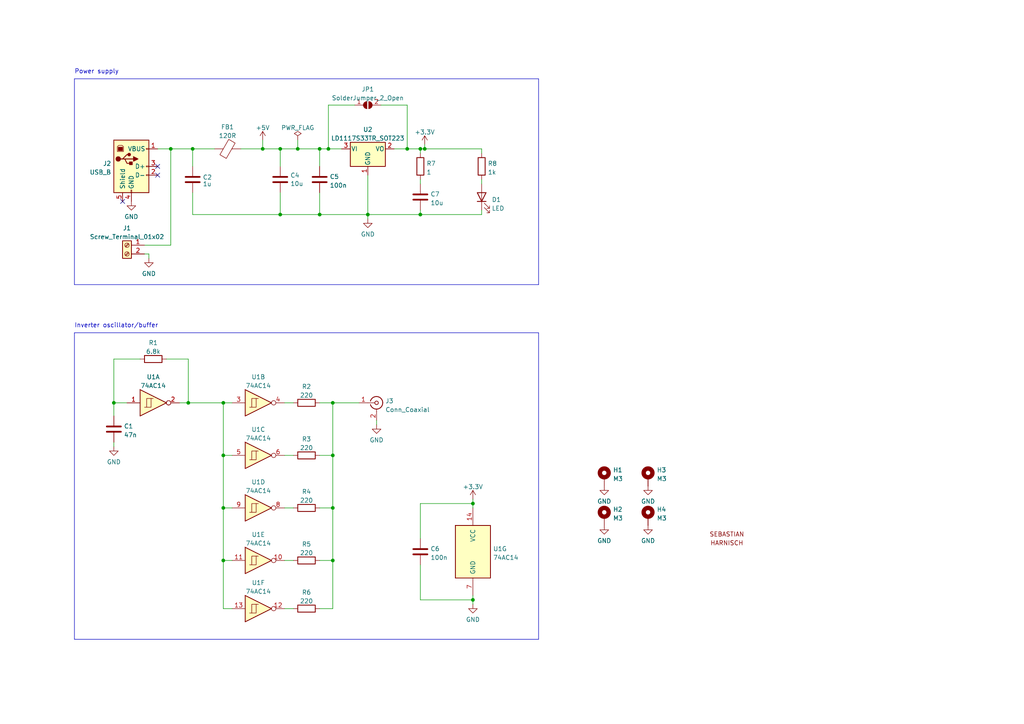
<source format=kicad_sch>
(kicad_sch (version 20231120) (generator "eeschema") (generator_version "8.0")
  (paper "A4")
  (title_block (title "Pulse Generator") (date "2024-08-22") (rev "1") (company "Sebastian Harnisch") (comment 1 "Pulse gen circuit presented by W2AEW"))
  (lib_symbols
    (symbol "01_Sebastian:LOGO_SH_SMALL" (pin_numbers hide) (pin_names (offset 0) hide)
      (symbol "LOGO_SH_SMALL_0_0"
        (text "HARNISCH" (at 0 -1.27 0) (effects (font (size 1.27 1.27))))
        (text "SEBASTIAN" (at 0 1.27 0) (effects (font (size 1.27 1.27))))
      )
    )
    (symbol "74xx:74HC14" (pin_names (offset 1.016))
      (property "Reference" "U" (at 0 1.27 0))
      (property "Value" "74HC14" (at 0 -1.27 0))
      (symbol "74HC14_1_0"
        (polyline (pts (xy -3.81 3.81) (xy -3.81 -3.81) (xy 3.81 0) (xy -3.81 3.81)) (stroke (width 0.254)) (fill (type background)))
        (pin input line (at -7.62 0 0) (length 3.81) (name "~") (number "1"))
        (pin output inverted (at 7.62 0 180) (length 3.81) (name "~") (number "2"))
      )
      (symbol "74HC14_1_1"
        (polyline (pts (xy -1.905 -1.27) (xy -1.905 1.27) (xy -0.635 1.27)))
        (polyline (pts (xy -2.54 -1.27) (xy -0.635 -1.27) (xy -0.635 1.27) (xy 0 1.27)))
      )
      (symbol "74HC14_2_0"
        (polyline (pts (xy -3.81 3.81) (xy -3.81 -3.81) (xy 3.81 0) (xy -3.81 3.81)) (stroke (width 0.254)) (fill (type background)))
        (pin input line (at -7.62 0 0) (length 3.81) (name "~") (number "3"))
        (pin output inverted (at 7.62 0 180) (length 3.81) (name "~") (number "4"))
      )
      (symbol "74HC14_2_1"
        (polyline (pts (xy -1.905 -1.27) (xy -1.905 1.27) (xy -0.635 1.27)))
        (polyline (pts (xy -2.54 -1.27) (xy -0.635 -1.27) (xy -0.635 1.27) (xy 0 1.27)))
      )
      (symbol "74HC14_3_0"
        (polyline (pts (xy -3.81 3.81) (xy -3.81 -3.81) (xy 3.81 0) (xy -3.81 3.81)) (stroke (width 0.254)) (fill (type background)))
        (pin input line (at -7.62 0 0) (length 3.81) (name "~") (number "5"))
        (pin output inverted (at 7.62 0 180) (length 3.81) (name "~") (number "6"))
      )
      (symbol "74HC14_3_1"
        (polyline (pts (xy -1.905 -1.27) (xy -1.905 1.27) (xy -0.635 1.27)))
        (polyline (pts (xy -2.54 -1.27) (xy -0.635 -1.27) (xy -0.635 1.27) (xy 0 1.27)))
      )
      (symbol "74HC14_4_0"
        (polyline (pts (xy -3.81 3.81) (xy -3.81 -3.81) (xy 3.81 0) (xy -3.81 3.81)) (stroke (width 0.254)) (fill (type background)))
        (pin output inverted (at 7.62 0 180) (length 3.81) (name "~") (number "8"))
        (pin input line (at -7.62 0 0) (length 3.81) (name "~") (number "9"))
      )
      (symbol "74HC14_4_1"
        (polyline (pts (xy -1.905 -1.27) (xy -1.905 1.27) (xy -0.635 1.27)))
        (polyline (pts (xy -2.54 -1.27) (xy -0.635 -1.27) (xy -0.635 1.27) (xy 0 1.27)))
      )
      (symbol "74HC14_5_0"
        (polyline (pts (xy -3.81 3.81) (xy -3.81 -3.81) (xy 3.81 0) (xy -3.81 3.81)) (stroke (width 0.254)) (fill (type background)))
        (pin output inverted (at 7.62 0 180) (length 3.81) (name "~") (number "10"))
        (pin input line (at -7.62 0 0) (length 3.81) (name "~") (number "11"))
      )
      (symbol "74HC14_5_1"
        (polyline (pts (xy -1.905 -1.27) (xy -1.905 1.27) (xy -0.635 1.27)))
        (polyline (pts (xy -2.54 -1.27) (xy -0.635 -1.27) (xy -0.635 1.27) (xy 0 1.27)))
      )
      (symbol "74HC14_6_0"
        (polyline (pts (xy -3.81 3.81) (xy -3.81 -3.81) (xy 3.81 0) (xy -3.81 3.81)) (stroke (width 0.254)) (fill (type background)))
        (pin output inverted (at 7.62 0 180) (length 3.81) (name "~") (number "12"))
        (pin input line (at -7.62 0 0) (length 3.81) (name "~") (number "13"))
      )
      (symbol "74HC14_6_1"
        (polyline (pts (xy -1.905 -1.27) (xy -1.905 1.27) (xy -0.635 1.27)))
        (polyline (pts (xy -2.54 -1.27) (xy -0.635 -1.27) (xy -0.635 1.27) (xy 0 1.27)))
      )
      (symbol "74HC14_7_0"
        (pin power_in line (at 0 12.7 270) (length 5.08) (name "VCC") (number "14"))
        (pin power_in line (at 0 -12.7 90) (length 5.08) (name "GND") (number "7"))
      )
      (symbol "74HC14_7_1"
        (rectangle (start -5.08 7.62) (end 5.08 -7.62) (stroke (width 0.254)) (fill (type background)))
      )
    )
    (symbol "Connector:Conn_Coaxial" (pin_names (offset 1.016) hide)
      (property "Reference" "J" (at 0.254 3.048 0))
      (property "Value" "Conn_Coaxial" (at 2.921 0 90))
      (symbol "Conn_Coaxial_0_1"
        (arc (start -1.778 -0.508) (mid 0.2311 -1.8066) (end 1.778 0) (stroke (width 0.254)))
        (polyline (pts (xy -2.54 0) (xy -0.508 0)))
        (polyline (pts (xy 0 -2.54) (xy 0 -1.778)))
        (circle (center 0 0) (radius 0.508) (stroke (width 0.2032)))
        (arc (start 1.778 0) (mid 0.2099 1.8101) (end -1.778 0.508) (stroke (width 0.254)))
      )
      (symbol "Conn_Coaxial_1_1"
        (pin passive line (at -5.08 0 0) (length 2.54) (name "In") (number "1"))
        (pin passive line (at 0 -5.08 90) (length 2.54) (name "Ext") (number "2"))
      )
    )
    (symbol "Connector:Screw_Terminal_01x02" (pin_names (offset 1.016) hide)
      (property "Reference" "J" (at 0 2.54 0))
      (property "Value" "Screw_Terminal_01x02" (at 0 -5.08 0))
      (symbol "Screw_Terminal_01x02_1_1"
        (rectangle (start -1.27 1.27) (end 1.27 -3.81) (stroke (width 0.254)) (fill (type background)))
        (circle (center 0 -2.54) (radius 0.635) (stroke (width 0.1524)))
        (polyline (pts (xy -0.5334 -2.2098) (xy 0.3302 -3.048)) (stroke (width 0.1524)))
        (polyline (pts (xy -0.5334 0.3302) (xy 0.3302 -0.508)) (stroke (width 0.1524)))
        (polyline (pts (xy -0.3556 -2.032) (xy 0.508 -2.8702)) (stroke (width 0.1524)))
        (polyline (pts (xy -0.3556 0.508) (xy 0.508 -0.3302)) (stroke (width 0.1524)))
        (circle (center 0 0) (radius 0.635) (stroke (width 0.1524)))
        (pin passive line (at -5.08 0 0) (length 3.81) (name "Pin_1") (number "1"))
        (pin passive line (at -5.08 -2.54 0) (length 3.81) (name "Pin_2") (number "2"))
      )
    )
    (symbol "Connector:USB_B" (pin_names (offset 1.016))
      (property "Reference" "J" (at -5.08 11.43 0))
      (property "Value" "USB_B" (at -5.08 8.89 0))
      (symbol "USB_B_0_1"
        (rectangle (start -5.08 -7.62) (end 5.08 7.62) (stroke (width 0.254)) (fill (type background)))
        (circle (center -3.81 2.159) (radius 0.635) (stroke (width 0.254)) (fill (type outline)))
        (rectangle (start -3.81 5.588) (end -2.54 4.572) (fill (type outline)))
        (circle (center -0.635 3.429) (radius 0.381) (stroke (width 0.254)) (fill (type outline)))
        (rectangle (start -0.127 -7.62) (end 0.127 -6.858))
        (polyline (pts (xy -1.905 2.159) (xy 0.635 2.159)) (stroke (width 0.254)))
        (polyline (pts (xy -3.175 2.159) (xy -2.54 2.159) (xy -1.27 3.429) (xy -0.635 3.429)) (stroke (width 0.254)))
        (polyline (pts (xy -2.54 2.159) (xy -1.905 2.159) (xy -1.27 0.889) (xy 0 0.889)) (stroke (width 0.254)))
        (polyline (pts (xy 0.635 2.794) (xy 0.635 1.524) (xy 1.905 2.159) (xy 0.635 2.794)) (stroke (width 0.254)) (fill (type outline)))
        (polyline (pts (xy -4.064 4.318) (xy -2.286 4.318) (xy -2.286 5.715) (xy -2.667 6.096) (xy -3.683 6.096) (xy -4.064 5.715) (xy -4.064 4.318)))
        (rectangle (start 0.254 1.27) (end -0.508 0.508) (stroke (width 0.254)) (fill (type outline)))
        (rectangle (start 5.08 -2.667) (end 4.318 -2.413))
        (rectangle (start 5.08 -0.127) (end 4.318 0.127))
        (rectangle (start 5.08 4.953) (end 4.318 5.207))
      )
      (symbol "USB_B_1_1"
        (pin power_out line (at 7.62 5.08 180) (length 2.54) (name "VBUS") (number "1"))
        (pin bidirectional line (at 7.62 -2.54 180) (length 2.54) (name "D-") (number "2"))
        (pin bidirectional line (at 7.62 0 180) (length 2.54) (name "D+") (number "3"))
        (pin power_out line (at 0 -10.16 90) (length 2.54) (name "GND") (number "4"))
        (pin passive line (at -2.54 -10.16 90) (length 2.54) (name "Shield") (number "5"))
      )
    )
    (symbol "Device:C" (pin_numbers hide) (pin_names (offset 0.254))
      (property "Reference" "C" (at 0.635 2.54 0))
      (property "Value" "C" (at 0.635 -2.54 0))
      (symbol "C_0_1"
        (polyline (pts (xy -2.032 -0.762) (xy 2.032 -0.762)) (stroke (width 0.508)))
        (polyline (pts (xy -2.032 0.762) (xy 2.032 0.762)) (stroke (width 0.508)))
      )
      (symbol "C_1_1"
        (pin passive line (at 0 3.81 270) (length 2.794) (name "~") (number "1"))
        (pin passive line (at 0 -3.81 90) (length 2.794) (name "~") (number "2"))
      )
    )
    (symbol "Device:FerriteBead" (pin_numbers hide) (pin_names (offset 0))
      (property "Reference" "FB" (at -3.81 0.635 90))
      (property "Value" "FerriteBead" (at 3.81 0 90))
      (symbol "FerriteBead_0_1"
        (polyline (pts (xy 0 -1.27) (xy 0 -1.2192)))
        (polyline (pts (xy 0 1.27) (xy 0 1.2954)))
        (polyline (pts (xy -2.7686 0.4064) (xy -1.7018 2.2606) (xy 2.7686 -0.3048) (xy 1.6764 -2.159) (xy -2.7686 0.4064)))
      )
      (symbol "FerriteBead_1_1"
        (pin passive line (at 0 3.81 270) (length 2.54) (name "~") (number "1"))
        (pin passive line (at 0 -3.81 90) (length 2.54) (name "~") (number "2"))
      )
    )
    (symbol "Device:LED" (pin_numbers hide) (pin_names (offset 1.016) hide)
      (property "Reference" "D" (at 0 2.54 0))
      (property "Value" "LED" (at 0 -2.54 0))
      (symbol "LED_0_1"
        (polyline (pts (xy -1.27 -1.27) (xy -1.27 1.27)) (stroke (width 0.254)))
        (polyline (pts (xy -1.27 0) (xy 1.27 0)))
        (polyline (pts (xy 1.27 -1.27) (xy 1.27 1.27) (xy -1.27 0) (xy 1.27 -1.27)) (stroke (width 0.254)))
        (polyline (pts (xy -3.048 -0.762) (xy -4.572 -2.286) (xy -3.81 -2.286) (xy -4.572 -2.286) (xy -4.572 -1.524)))
        (polyline (pts (xy -1.778 -0.762) (xy -3.302 -2.286) (xy -2.54 -2.286) (xy -3.302 -2.286) (xy -3.302 -1.524)))
      )
      (symbol "LED_1_1"
        (pin passive line (at -3.81 0 0) (length 2.54) (name "K") (number "1"))
        (pin passive line (at 3.81 0 180) (length 2.54) (name "A") (number "2"))
      )
    )
    (symbol "Device:R" (pin_numbers hide) (pin_names (offset 0))
      (property "Reference" "R" (at 2.032 0 90))
      (property "Value" "R" (at 0 0 90))
      (symbol "R_0_1"
        (rectangle (start -1.016 -2.54) (end 1.016 2.54) (stroke (width 0.254)))
      )
      (symbol "R_1_1"
        (pin passive line (at 0 3.81 270) (length 1.27) (name "~") (number "1"))
        (pin passive line (at 0 -3.81 90) (length 1.27) (name "~") (number "2"))
      )
    )
    (symbol "Jumper:SolderJumper_2_Open" (pin_names (offset 0) hide)
      (property "Reference" "JP" (at 0 2.032 0))
      (property "Value" "SolderJumper_2_Open" (at 0 -2.54 0))
      (symbol "SolderJumper_2_Open_0_1"
        (arc (start -0.254 1.016) (mid -1.2656 0) (end -0.254 -1.016))
        (arc (start -0.254 1.016) (mid -1.2656 0) (end -0.254 -1.016) (fill (type outline)))
        (polyline (pts (xy -0.254 1.016) (xy -0.254 -1.016)))
        (polyline (pts (xy 0.254 1.016) (xy 0.254 -1.016)))
        (arc (start 0.254 -1.016) (mid 1.2656 0) (end 0.254 1.016))
        (arc (start 0.254 -1.016) (mid 1.2656 0) (end 0.254 1.016) (fill (type outline)))
      )
      (symbol "SolderJumper_2_Open_1_1"
        (pin passive line (at -3.81 0 0) (length 2.54) (name "A") (number "1"))
        (pin passive line (at 3.81 0 180) (length 2.54) (name "B") (number "2"))
      )
    )
    (symbol "Mechanical:MountingHole_Pad" (pin_numbers hide) (pin_names (offset 1.016) hide)
      (property "Reference" "H" (at 0 6.35 0))
      (property "Value" "MountingHole_Pad" (at 0 4.445 0))
      (symbol "MountingHole_Pad_0_1"
        (circle (center 0 1.27) (radius 1.27) (stroke (width 1.27)))
      )
      (symbol "MountingHole_Pad_1_1"
        (pin input line (at 0 -2.54 90) (length 2.54) (name "1") (number "1"))
      )
    )
    (symbol "Regulator_Linear:LD1117S33TR_SOT223" (pin_names (offset 0.254))
      (property "Reference" "U" (at -3.81 3.175 0))
      (property "Value" "LD1117S33TR_SOT223" (at 0 3.175 0))
      (symbol "LD1117S33TR_SOT223_0_1"
        (rectangle (start -5.08 -5.08) (end 5.08 1.905) (stroke (width 0.254)) (fill (type background)))
      )
      (symbol "LD1117S33TR_SOT223_1_1"
        (pin power_in line (at 0 -7.62 90) (length 2.54) (name "GND") (number "1"))
        (pin power_out line (at 7.62 0 180) (length 2.54) (name "VO") (number "2"))
        (pin power_in line (at -7.62 0 0) (length 2.54) (name "VI") (number "3"))
      )
    )
    (symbol "power:+3.3V" (power) (pin_names (offset 0))
      (property "Value" "+3.3V" (at 0 3.556 0))
      (symbol "+3.3V_0_1"
        (polyline (pts (xy -0.762 1.27) (xy 0 2.54)))
        (polyline (pts (xy 0 0) (xy 0 2.54)))
        (polyline (pts (xy 0 2.54) (xy 0.762 1.27)))
      )
      (symbol "+3.3V_1_1"
        (pin power_in line (at 0 0 90) (length 0) hide (name "+3.3V") (number "1"))
      )
    )
    (symbol "power:+5V" (power) (pin_names (offset 0))
      (property "Value" "+5V" (at 0 3.556 0))
      (symbol "+5V_0_1"
        (polyline (pts (xy -0.762 1.27) (xy 0 2.54)))
        (polyline (pts (xy 0 0) (xy 0 2.54)))
        (polyline (pts (xy 0 2.54) (xy 0.762 1.27)))
      )
      (symbol "+5V_1_1"
        (pin power_in line (at 0 0 90) (length 0) hide (name "+5V") (number "1"))
      )
    )
    (symbol "power:GND" (power) (pin_names (offset 0))
      (property "Value" "GND" (at 0 -3.81 0))
      (symbol "GND_0_1"
        (polyline (pts (xy 0 0) (xy 0 -1.27) (xy 1.27 -1.27) (xy 0 -2.54) (xy -1.27 -1.27) (xy 0 -1.27)))
      )
      (symbol "GND_1_1"
        (pin power_in line (at 0 0 270) (length 0) hide (name "GND") (number "1"))
      )
    )
    (symbol "power:PWR_FLAG" (power) (pin_numbers hide) (pin_names (offset 0) hide)
      (property "Value" "PWR_FLAG" (at 0 3.81 0))
      (symbol "PWR_FLAG_0_0"
        (pin power_out line (at 0 0 90) (length 0) (name "pwr") (number "1"))
      )
      (symbol "PWR_FLAG_0_1"
        (polyline (pts (xy 0 0) (xy 0 1.27) (xy -1.016 1.905) (xy 0 2.54) (xy 1.016 1.905) (xy 0 1.27)))
      )
    )
  )
  (junction (at 64.77 132.08))
  (junction (at 121.92 43.18))
  (junction (at 137.16 173.99))
  (junction (at 92.71 62.23))
  (junction (at 96.52 147.32))
  (junction (at 96.52 116.84))
  (junction (at 81.28 43.18))
  (junction (at 118.11 43.18))
  (junction (at 64.77 147.32))
  (junction (at 76.2 43.18))
  (junction (at 49.53 43.18))
  (junction (at 95.25 43.18))
  (junction (at 86.36 43.18))
  (junction (at 54.61 116.84))
  (junction (at 121.92 62.23))
  (junction (at 81.28 62.23))
  (junction (at 123.19 43.18))
  (junction (at 64.77 116.84))
  (junction (at 137.16 146.05))
  (junction (at 55.88 43.18))
  (junction (at 33.02 116.84))
  (junction (at 96.52 132.08))
  (junction (at 92.71 43.18))
  (junction (at 96.52 162.56))
  (junction (at 106.68 62.23))
  (junction (at 64.77 162.56))
  (no_connect (at 35.56 58.42))
  (no_connect (at 45.72 48.26))
  (no_connect (at 45.72 50.8))
  (wire (pts (xy 76.2 40.64) (xy 76.2 43.18)))
  (polyline (pts (xy 21.59 82.55) (xy 156.21 82.55)))
  (wire (pts (xy 121.92 163.83) (xy 121.92 173.99)))
  (wire (pts (xy 41.91 71.12) (xy 49.53 71.12)))
  (wire (pts (xy 64.77 132.08) (xy 64.77 147.32)))
  (wire (pts (xy 81.28 43.18) (xy 86.36 43.18)))
  (wire (pts (xy 92.71 176.53) (xy 96.52 176.53)))
  (wire (pts (xy 106.68 50.8) (xy 106.68 62.23)))
  (wire (pts (xy 92.71 132.08) (xy 96.52 132.08)))
  (wire (pts (xy 49.53 43.18) (xy 55.88 43.18)))
  (wire (pts (xy 96.52 132.08) (xy 96.52 147.32)))
  (wire (pts (xy 109.22 121.92) (xy 109.22 123.19)))
  (wire (pts (xy 55.88 62.23) (xy 81.28 62.23)))
  (wire (pts (xy 121.92 43.18) (xy 118.11 43.18)))
  (wire (pts (xy 106.68 62.23) (xy 121.92 62.23)))
  (wire (pts (xy 121.92 62.23) (xy 139.7 62.23)))
  (wire (pts (xy 81.28 43.18) (xy 81.28 48.26)))
  (wire (pts (xy 33.02 116.84) (xy 36.83 116.84)))
  (wire (pts (xy 137.16 146.05) (xy 137.16 147.32)))
  (wire (pts (xy 118.11 30.48) (xy 118.11 43.18)))
  (wire (pts (xy 55.88 48.26) (xy 55.88 43.18)))
  (wire (pts (xy 64.77 116.84) (xy 64.77 132.08)))
  (wire (pts (xy 43.18 73.66) (xy 43.18 74.93)))
  (wire (pts (xy 48.26 104.14) (xy 54.61 104.14)))
  (wire (pts (xy 121.92 43.18) (xy 123.19 43.18)))
  (wire (pts (xy 64.77 147.32) (xy 67.31 147.32)))
  (wire (pts (xy 123.19 43.18) (xy 139.7 43.18)))
  (polyline (pts (xy 21.59 96.52) (xy 21.59 185.42)))
  (wire (pts (xy 139.7 60.96) (xy 139.7 62.23)))
  (wire (pts (xy 82.55 162.56) (xy 85.09 162.56)))
  (wire (pts (xy 121.92 52.07) (xy 121.92 53.34)))
  (wire (pts (xy 64.77 162.56) (xy 67.31 162.56)))
  (wire (pts (xy 92.71 43.18) (xy 95.25 43.18)))
  (wire (pts (xy 49.53 71.12) (xy 49.53 43.18)))
  (wire (pts (xy 86.36 40.64) (xy 86.36 43.18)))
  (wire (pts (xy 92.71 55.88) (xy 92.71 62.23)))
  (polyline (pts (xy 21.59 22.86) (xy 156.21 22.86)))
  (wire (pts (xy 54.61 116.84) (xy 52.07 116.84)))
  (wire (pts (xy 33.02 120.65) (xy 33.02 116.84)))
  (wire (pts (xy 137.16 173.99) (xy 137.16 172.72)))
  (wire (pts (xy 106.68 62.23) (xy 106.68 63.5)))
  (polyline (pts (xy 21.59 96.52) (xy 156.21 96.52)))
  (wire (pts (xy 121.92 60.96) (xy 121.92 62.23)))
  (wire (pts (xy 64.77 147.32) (xy 64.77 162.56)))
  (wire (pts (xy 64.77 162.56) (xy 64.77 176.53)))
  (wire (pts (xy 121.92 173.99) (xy 137.16 173.99)))
  (wire (pts (xy 102.87 30.48) (xy 95.25 30.48)))
  (wire (pts (xy 82.55 132.08) (xy 85.09 132.08)))
  (wire (pts (xy 121.92 44.45) (xy 121.92 43.18)))
  (wire (pts (xy 64.77 176.53) (xy 67.31 176.53)))
  (polyline (pts (xy 21.59 185.42) (xy 156.21 185.42)))
  (wire (pts (xy 81.28 62.23) (xy 92.71 62.23)))
  (wire (pts (xy 41.91 73.66) (xy 43.18 73.66)))
  (wire (pts (xy 64.77 132.08) (xy 67.31 132.08)))
  (wire (pts (xy 45.72 43.18) (xy 49.53 43.18)))
  (wire (pts (xy 139.7 44.45) (xy 139.7 43.18)))
  (wire (pts (xy 55.88 55.88) (xy 55.88 62.23)))
  (wire (pts (xy 110.49 30.48) (xy 118.11 30.48)))
  (wire (pts (xy 96.52 162.56) (xy 96.52 176.53)))
  (wire (pts (xy 92.71 162.56) (xy 96.52 162.56)))
  (wire (pts (xy 96.52 116.84) (xy 104.14 116.84)))
  (polyline (pts (xy 21.59 22.86) (xy 21.59 82.55)))
  (wire (pts (xy 54.61 116.84) (xy 64.77 116.84)))
  (wire (pts (xy 118.11 43.18) (xy 114.3 43.18)))
  (wire (pts (xy 64.77 116.84) (xy 67.31 116.84)))
  (wire (pts (xy 92.71 147.32) (xy 96.52 147.32)))
  (wire (pts (xy 96.52 147.32) (xy 96.52 162.56)))
  (wire (pts (xy 95.25 43.18) (xy 99.06 43.18)))
  (wire (pts (xy 82.55 147.32) (xy 85.09 147.32)))
  (wire (pts (xy 95.25 30.48) (xy 95.25 43.18)))
  (wire (pts (xy 81.28 55.88) (xy 81.28 62.23)))
  (wire (pts (xy 121.92 156.21) (xy 121.92 146.05)))
  (wire (pts (xy 55.88 43.18) (xy 62.23 43.18)))
  (wire (pts (xy 54.61 104.14) (xy 54.61 116.84)))
  (wire (pts (xy 33.02 104.14) (xy 33.02 116.84)))
  (wire (pts (xy 82.55 116.84) (xy 85.09 116.84)))
  (polyline (pts (xy 156.21 22.86) (xy 156.21 82.55)))
  (wire (pts (xy 137.16 173.99) (xy 137.16 175.26)))
  (wire (pts (xy 69.85 43.18) (xy 76.2 43.18)))
  (wire (pts (xy 40.64 104.14) (xy 33.02 104.14)))
  (wire (pts (xy 121.92 146.05) (xy 137.16 146.05)))
  (wire (pts (xy 139.7 52.07) (xy 139.7 53.34)))
  (wire (pts (xy 82.55 176.53) (xy 85.09 176.53)))
  (wire (pts (xy 92.71 116.84) (xy 96.52 116.84)))
  (polyline (pts (xy 156.21 185.42) (xy 156.21 96.52)))
  (wire (pts (xy 96.52 116.84) (xy 96.52 132.08)))
  (wire (pts (xy 33.02 128.27) (xy 33.02 129.54)))
  (wire (pts (xy 92.71 43.18) (xy 92.71 48.26)))
  (wire (pts (xy 123.19 41.91) (xy 123.19 43.18)))
  (wire (pts (xy 92.71 62.23) (xy 106.68 62.23)))
  (wire (pts (xy 86.36 43.18) (xy 92.71 43.18)))
  (wire (pts (xy 137.16 144.78) (xy 137.16 146.05)))
  (wire (pts (xy 76.2 43.18) (xy 81.28 43.18)))
  (text "Power supply" (at 21.59 21.59 0) (effects (font (size 1.27 1.27)) (justify left bottom)))
  (text "Inverter oscillator/buffer" (at 21.59 95.25 0) (effects (font (size 1.27 1.27)) (justify left bottom)))
  (symbol (lib_id "74xx:74HC14") (at 74.93 176.53 0) (unit 6)
    (property "Reference" "U1" (at 74.93 169.0202 0))
    (property "Value" "74AC14" (at 74.93 171.5571 0))
    (property "Footprint" "Package_SO:SOIC-14_3.9x8.7mm_P1.27mm" (effects (hide yes)))
    (property "Datasheet" "http://www.ti.com/lit/gpn/sn74HC14" (effects (hide yes)))
  )
  (symbol (lib_id "Device:FerriteBead") (at 66.04 43.18 90) (unit 1)
    (property "Reference" "FB1" (at 65.9892 36.8386 90))
    (property "Value" "120R" (at 65.9892 39.3755 90))
    (property "Footprint" "Inductor_SMD:L_0805_2012Metric" (effects (hide yes)))
  )
  (symbol (lib_id "power:+3.3V") (at 123.19 41.91 0) (unit 1)
    (property "Reference" "#PWR07" (effects (hide yes)))
    (property "Value" "+3.3V" (at 123.19 38.3342 0))
  )
  (symbol (lib_id "power:GND") (at 38.1 58.42 0) (mirror y) (unit 1)
    (property "Reference" "#PWR02" (effects (hide yes)))
    (property "Value" "GND" (at 38.1 62.8634 0))
  )
  (symbol (lib_id "Connector:Conn_Coaxial") (at 109.22 116.84 0) (unit 1)
    (property "Reference" "J3" (at 111.76 116.2985 0) (effects (justify left)))
    (property "Value" "Conn_Coaxial" (at 111.76 118.8354 0) (effects (justify left)))
    (property "Footprint" "Connector_Coaxial:BNC_Amphenol_B6252HB-NPP3G-50_Horizontal" (effects (hide yes)))
    (property "Datasheet" " ~" (effects (hide yes)))
  )
  (symbol (lib_id "power:GND") (at 33.02 129.54 0) (unit 1)
    (property "Reference" "#PWR01" (effects (hide yes)))
    (property "Value" "GND" (at 33.02 133.9834 0))
  )
  (symbol (lib_id "74xx:74HC14") (at 74.93 132.08 0) (unit 3)
    (property "Reference" "U1" (at 74.93 124.5702 0))
    (property "Value" "74AC14" (at 74.93 127.1071 0))
    (property "Footprint" "Package_SO:SOIC-14_3.9x8.7mm_P1.27mm" (effects (hide yes)))
    (property "Datasheet" "http://www.ti.com/lit/gpn/sn74HC14" (effects (hide yes)))
  )
  (symbol (lib_id "Device:C") (at 121.92 57.15 0) (unit 1)
    (property "Reference" "C7" (at 124.841 56.3153 0) (effects (justify left)))
    (property "Value" "10u" (at 124.841 58.8522 0) (effects (justify left)))
    (property "Footprint" "Capacitor_SMD:C_0805_2012Metric" (effects (hide yes)))
  )
  (symbol (lib_id "power:GND") (at 109.22 123.19 0) (unit 1)
    (property "Reference" "#PWR05" (effects (hide yes)))
    (property "Value" "GND" (at 109.22 127.6334 0))
  )
  (symbol (lib_id "Mechanical:MountingHole_Pad") (at 187.96 149.86 0) (unit 1)
    (property "Reference" "H4" (at 190.5 147.7553 0) (effects (justify left)))
    (property "Value" "M3" (at 190.5 150.2922 0) (effects (justify left)))
    (property "Footprint" "MountingHole:MountingHole_3.2mm_M3_DIN965_Pad" (effects (hide yes)))
  )
  (symbol (lib_id "Device:R") (at 88.9 132.08 90) (unit 1)
    (property "Reference" "R3" (at 88.9 127.3642 90))
    (property "Value" "220" (at 88.9 129.9011 90))
    (property "Footprint" "Resistor_SMD:R_0805_2012Metric" (effects (hide yes)))
  )
  (symbol (lib_id "power:GND") (at 43.18 74.93 0) (mirror y) (unit 1)
    (property "Reference" "#PWR03" (effects (hide yes)))
    (property "Value" "GND" (at 43.18 79.3734 0))
  )
  (symbol (lib_id "power:GND") (at 106.68 63.5 0) (mirror y) (unit 1)
    (property "Reference" "#PWR06" (effects (hide yes)))
    (property "Value" "GND" (at 106.68 67.9434 0))
  )
  (symbol (lib_id "Device:C") (at 121.92 160.02 0) (unit 1)
    (property "Reference" "C6" (at 124.841 159.1853 0) (effects (justify left)))
    (property "Value" "100n" (at 124.841 161.7222 0) (effects (justify left)))
    (property "Footprint" "Capacitor_SMD:C_0805_2012Metric" (effects (hide yes)))
  )
  (symbol (lib_id "Device:R") (at 121.92 48.26 0) (unit 1)
    (property "Reference" "R7" (at 123.698 47.4253 0) (effects (justify left)))
    (property "Value" "1" (at 123.698 49.9622 0) (effects (justify left)))
    (property "Footprint" "Resistor_SMD:R_0805_2012Metric" (effects (hide yes)))
  )
  (symbol (lib_id "Mechanical:MountingHole_Pad") (at 175.26 149.86 0) (unit 1)
    (property "Reference" "H2" (at 177.8 147.7553 0) (effects (justify left)))
    (property "Value" "M3" (at 177.8 150.2922 0) (effects (justify left)))
    (property "Footprint" "MountingHole:MountingHole_3.2mm_M3_DIN965_Pad" (effects (hide yes)))
  )
  (symbol (lib_id "Device:R") (at 44.45 104.14 90) (unit 1)
    (property "Reference" "R1" (at 44.45 99.4242 90))
    (property "Value" "6.8k" (at 44.45 101.9611 90))
    (property "Footprint" "Resistor_SMD:R_0805_2012Metric" (effects (hide yes)))
  )
  (symbol (lib_id "Jumper:SolderJumper_2_Open") (at 106.68 30.48 0) (unit 1)
    (property "Reference" "JP1" (at 106.68 25.8912 0))
    (property "Value" "SolderJumper_2_Open" (at 106.68 28.4281 0))
    (property "Footprint" "Jumper:SolderJumper-2_P1.3mm_Open_RoundedPad1.0x1.5mm" (effects (hide yes)))
  )
  (symbol (lib_id "power:GND") (at 175.26 140.97 0) (unit 1)
    (property "Reference" "#PWR010" (effects (hide yes)))
    (property "Value" "GND" (at 175.26 145.4134 0))
  )
  (symbol (lib_id "74xx:74HC14") (at 74.93 116.84 0) (unit 2)
    (property "Reference" "U1" (at 74.93 109.3302 0))
    (property "Value" "74AC14" (at 74.93 111.8671 0))
    (property "Footprint" "Package_SO:SOIC-14_3.9x8.7mm_P1.27mm" (effects (hide yes)))
    (property "Datasheet" "http://www.ti.com/lit/gpn/sn74HC14" (effects (hide yes)))
  )
  (symbol (lib_id "Regulator_Linear:LD1117S33TR_SOT223") (at 106.68 43.18 0) (unit 1)
    (property "Reference" "U2" (at 106.68 37.5752 0))
    (property "Value" "LD1117S33TR_SOT223" (at 106.68 40.1121 0))
    (property "Footprint" "Package_TO_SOT_SMD:SOT-223-3_TabPin2" (effects (hide yes)))
    (property "Datasheet" "http://www.st.com/st-web-ui/static/active/en/resource/technical/document/datasheet/CD00000544.pdf" (effects (hide yes)))
  )
  (symbol (lib_id "Device:R") (at 88.9 176.53 90) (unit 1)
    (property "Reference" "R6" (at 88.9 171.8142 90))
    (property "Value" "220" (at 88.9 174.3511 90))
    (property "Footprint" "Resistor_SMD:R_0805_2012Metric" (effects (hide yes)))
  )
  (symbol (lib_id "74xx:74HC14") (at 74.93 147.32 0) (unit 4)
    (property "Reference" "U1" (at 74.93 139.8102 0))
    (property "Value" "74AC14" (at 74.93 142.3471 0))
    (property "Footprint" "Package_SO:SOIC-14_3.9x8.7mm_P1.27mm" (effects (hide yes)))
    (property "Datasheet" "http://www.ti.com/lit/gpn/sn74HC14" (effects (hide yes)))
  )
  (symbol (lib_id "Device:R") (at 88.9 116.84 90) (unit 1)
    (property "Reference" "R2" (at 88.9 112.1242 90))
    (property "Value" "220" (at 88.9 114.6611 90))
    (property "Footprint" "Resistor_SMD:R_0805_2012Metric" (effects (hide yes)))
  )
  (symbol (lib_id "74xx:74HC14") (at 137.16 160.02 0) (unit 7)
    (property "Reference" "U1" (at 143.002 159.1853 0) (effects (justify left)))
    (property "Value" "74AC14" (at 143.002 161.7222 0) (effects (justify left)))
    (property "Footprint" "Package_SO:SOIC-14_3.9x8.7mm_P1.27mm" (effects (hide yes)))
    (property "Datasheet" "http://www.ti.com/lit/gpn/sn74HC14" (effects (hide yes)))
  )
  (symbol (lib_id "Connector:USB_B") (at 38.1 48.26 0) (unit 1)
    (property "Reference" "J2" (at 32.258 47.4253 0) (effects (justify right)))
    (property "Value" "USB_B" (at 32.258 49.9622 0) (effects (justify right)))
    (property "Footprint" "Connector_USB:USB_B_Lumberg_2411_02_Horizontal" (effects (hide yes)))
    (property "Datasheet" " ~" (effects (hide yes)))
  )
  (symbol (lib_id "power:GND") (at 175.26 152.4 0) (unit 1)
    (property "Reference" "#PWR011" (effects (hide yes)))
    (property "Value" "GND" (at 175.26 156.8434 0))
  )
  (symbol (lib_id "Mechanical:MountingHole_Pad") (at 187.96 138.43 0) (unit 1)
    (property "Reference" "H3" (at 190.5 136.3253 0) (effects (justify left)))
    (property "Value" "M3" (at 190.5 138.8622 0) (effects (justify left)))
    (property "Footprint" "MountingHole:MountingHole_3.2mm_M3_DIN965_Pad" (effects (hide yes)))
  )
  (symbol (lib_id "Mechanical:MountingHole_Pad") (at 175.26 138.43 0) (unit 1)
    (property "Reference" "H1" (at 177.8 136.3253 0) (effects (justify left)))
    (property "Value" "M3" (at 177.8 138.8622 0) (effects (justify left)))
    (property "Footprint" "MountingHole:MountingHole_3.2mm_M3_DIN965_Pad" (effects (hide yes)))
  )
  (symbol (lib_id "Connector:Screw_Terminal_01x02") (at 36.83 71.12 0) (mirror y) (unit 1)
    (property "Reference" "J1" (at 36.83 66.1502 0))
    (property "Value" "Screw_Terminal_01x02" (at 36.83 68.6871 0))
    (property "Footprint" "Connector_Phoenix_MSTB:PhoenixContact_MSTBA_2,5_2-G_1x02_P5.00mm_Horizontal" (effects (hide yes)))
  )
  (symbol (lib_id "power:GND") (at 187.96 152.4 0) (unit 1)
    (property "Reference" "#PWR013" (effects (hide yes)))
    (property "Value" "GND" (at 187.96 156.8434 0))
  )
  (symbol (lib_id "Device:C") (at 55.88 52.07 0) (unit 1)
    (property "Reference" "C2" (at 58.801 51.4263 0) (effects (justify left)))
    (property "Value" "1u" (at 58.801 53.3473 0) (effects (justify left)))
    (property "Footprint" "Capacitor_SMD:C_0805_2012Metric" (effects (hide yes)))
  )
  (symbol (lib_id "74xx:74HC14") (at 74.93 162.56 0) (unit 5)
    (property "Reference" "U1" (at 74.93 155.0502 0))
    (property "Value" "74AC14" (at 74.93 157.5871 0))
    (property "Footprint" "Package_SO:SOIC-14_3.9x8.7mm_P1.27mm" (effects (hide yes)))
    (property "Datasheet" "http://www.ti.com/lit/gpn/sn74HC14" (effects (hide yes)))
  )
  (symbol (lib_id "74xx:74HC14") (at 44.45 116.84 0) (unit 1)
    (property "Reference" "U1" (at 44.45 109.3302 0))
    (property "Value" "74AC14" (at 44.45 111.8671 0))
    (property "Footprint" "Package_SO:SOIC-14_3.9x8.7mm_P1.27mm" (effects (hide yes)))
    (property "Datasheet" "http://www.ti.com/lit/gpn/sn74HC14" (effects (hide yes)))
  )
  (symbol (lib_id "power:PWR_FLAG") (at 86.36 40.64 0) (unit 1)
    (property "Reference" "#FLG01" (effects (hide yes)))
    (property "Value" "PWR_FLAG" (at 86.36 37.0642 0))
  )
  (symbol (lib_id "power:+5V") (at 76.2 40.64 0) (unit 1)
    (property "Reference" "#PWR04" (effects (hide yes)))
    (property "Value" "+5V" (at 76.2 37.0642 0))
  )
  (symbol (lib_id "Device:R") (at 139.7 48.26 0) (unit 1)
    (property "Reference" "R8" (at 141.478 47.4253 0) (effects (justify left)))
    (property "Value" "1k" (at 141.478 49.9622 0) (effects (justify left)))
    (property "Footprint" "Resistor_SMD:R_0805_2012Metric" (effects (hide yes)))
  )
  (symbol (lib_id "Device:R") (at 88.9 147.32 90) (unit 1)
    (property "Reference" "R4" (at 88.9 142.6042 90))
    (property "Value" "220" (at 88.9 145.1411 90))
    (property "Footprint" "Resistor_SMD:R_0805_2012Metric" (effects (hide yes)))
  )
  (symbol (lib_id "Device:C") (at 81.28 52.07 0) (mirror y) (unit 1)
    (property "Reference" "C4" (at 84.201 50.8578 0) (effects (justify right)))
    (property "Value" "10u" (at 84.201 53.2821 0) (effects (justify right)))
    (property "Footprint" "Capacitor_SMD:C_1206_3216Metric" (effects (hide yes)))
  )
  (symbol (lib_id "01_Sebastian:LOGO_SH_SMALL") (at 210.82 156.21 0) (unit 1)
    (property "Reference" "LOGO1" (effects (hide yes)))
    (property "Value" "LOGO_SH_SMALL" (effects (hide yes)))
    (property "Footprint" "01_Sebastian:SebastianHarnisch_small" (effects (hide yes)))
  )
  (symbol (lib_id "power:GND") (at 187.96 140.97 0) (unit 1)
    (property "Reference" "#PWR012" (effects (hide yes)))
    (property "Value" "GND" (at 187.96 145.4134 0))
  )
  (symbol (lib_id "Device:C") (at 33.02 124.46 0) (unit 1)
    (property "Reference" "C1" (at 35.941 123.6253 0) (effects (justify left)))
    (property "Value" "47n" (at 35.941 126.1622 0) (effects (justify left)))
    (property "Footprint" "Capacitor_SMD:C_0805_2012Metric" (effects (hide yes)))
  )
  (symbol (lib_id "power:GND") (at 137.16 175.26 0) (unit 1)
    (property "Reference" "#PWR09" (effects (hide yes)))
    (property "Value" "GND" (at 137.16 179.7034 0))
  )
  (symbol (lib_id "Device:C") (at 92.71 52.07 0) (mirror y) (unit 1)
    (property "Reference" "C5" (at 95.631 51.2353 0) (effects (justify right)))
    (property "Value" "100n" (at 95.631 53.7722 0) (effects (justify right)))
    (property "Footprint" "Capacitor_SMD:C_0805_2012Metric" (effects (hide yes)))
  )
  (symbol (lib_id "Device:R") (at 88.9 162.56 90) (unit 1)
    (property "Reference" "R5" (at 88.9 157.8442 90))
    (property "Value" "220" (at 88.9 160.3811 90))
    (property "Footprint" "Resistor_SMD:R_0805_2012Metric" (effects (hide yes)))
  )
  (symbol (lib_id "Device:LED") (at 139.7 57.15 90) (unit 1)
    (property "Reference" "D1" (at 142.621 57.9028 90) (effects (justify right)))
    (property "Value" "LED" (at 142.621 60.4397 90) (effects (justify right)))
    (property "Footprint" "LED_SMD:LED_0805_2012Metric" (effects (hide yes)))
  )
  (symbol (lib_id "power:+3.3V") (at 137.16 144.78 0) (unit 1)
    (property "Reference" "#PWR08" (effects (hide yes)))
    (property "Value" "+3.3V" (at 137.16 141.2042 0))
  )
)
</source>
